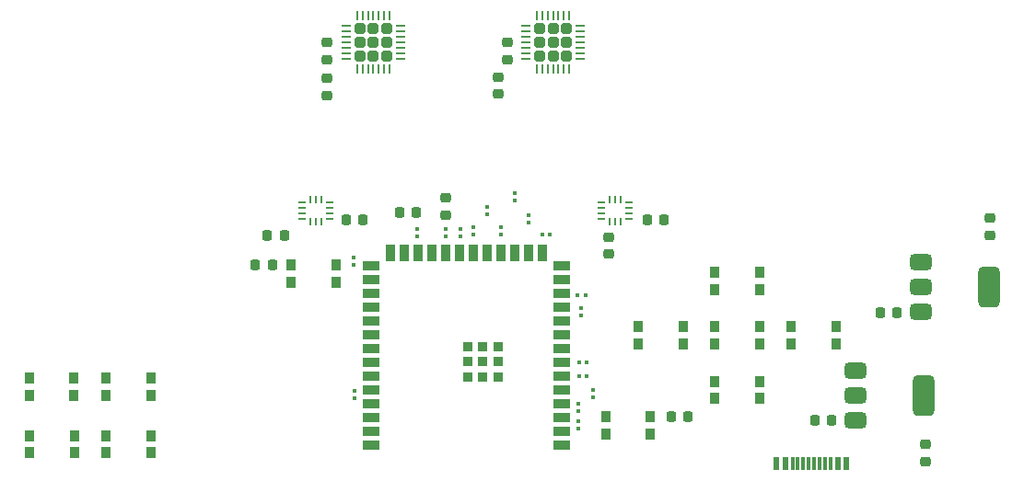
<source format=gbr>
%TF.GenerationSoftware,KiCad,Pcbnew,8.0.8-8.0.8-0~ubuntu22.04.1*%
%TF.CreationDate,2025-01-31T00:32:11-05:00*%
%TF.ProjectId,Electronics,456c6563-7472-46f6-9e69-63732e6b6963,rev?*%
%TF.SameCoordinates,Original*%
%TF.FileFunction,Paste,Top*%
%TF.FilePolarity,Positive*%
%FSLAX46Y46*%
G04 Gerber Fmt 4.6, Leading zero omitted, Abs format (unit mm)*
G04 Created by KiCad (PCBNEW 8.0.8-8.0.8-0~ubuntu22.04.1) date 2025-01-31 00:32:11*
%MOMM*%
%LPD*%
G01*
G04 APERTURE LIST*
G04 Aperture macros list*
%AMRoundRect*
0 Rectangle with rounded corners*
0 $1 Rounding radius*
0 $2 $3 $4 $5 $6 $7 $8 $9 X,Y pos of 4 corners*
0 Add a 4 corners polygon primitive as box body*
4,1,4,$2,$3,$4,$5,$6,$7,$8,$9,$2,$3,0*
0 Add four circle primitives for the rounded corners*
1,1,$1+$1,$2,$3*
1,1,$1+$1,$4,$5*
1,1,$1+$1,$6,$7*
1,1,$1+$1,$8,$9*
0 Add four rect primitives between the rounded corners*
20,1,$1+$1,$2,$3,$4,$5,0*
20,1,$1+$1,$4,$5,$6,$7,0*
20,1,$1+$1,$6,$7,$8,$9,0*
20,1,$1+$1,$8,$9,$2,$3,0*%
G04 Aperture macros list end*
%ADD10R,0.900000X1.000000*%
%ADD11RoundRect,0.079500X-0.100500X0.079500X-0.100500X-0.079500X0.100500X-0.079500X0.100500X0.079500X0*%
%ADD12RoundRect,0.250000X-0.255000X-0.255000X0.255000X-0.255000X0.255000X0.255000X-0.255000X0.255000X0*%
%ADD13RoundRect,0.062500X-0.325000X-0.062500X0.325000X-0.062500X0.325000X0.062500X-0.325000X0.062500X0*%
%ADD14RoundRect,0.062500X-0.062500X-0.325000X0.062500X-0.325000X0.062500X0.325000X-0.062500X0.325000X0*%
%ADD15RoundRect,0.218750X-0.256250X0.218750X-0.256250X-0.218750X0.256250X-0.218750X0.256250X0.218750X0*%
%ADD16RoundRect,0.225000X-0.250000X0.225000X-0.250000X-0.225000X0.250000X-0.225000X0.250000X0.225000X0*%
%ADD17RoundRect,0.079500X0.100500X-0.079500X0.100500X0.079500X-0.100500X0.079500X-0.100500X-0.079500X0*%
%ADD18RoundRect,0.225000X0.250000X-0.225000X0.250000X0.225000X-0.250000X0.225000X-0.250000X-0.225000X0*%
%ADD19R,0.675000X0.250000*%
%ADD20R,0.250000X0.675000*%
%ADD21RoundRect,0.079500X-0.079500X-0.100500X0.079500X-0.100500X0.079500X0.100500X-0.079500X0.100500X0*%
%ADD22R,0.600000X1.160000*%
%ADD23R,0.300000X1.160000*%
%ADD24RoundRect,0.375000X-0.625000X-0.375000X0.625000X-0.375000X0.625000X0.375000X-0.625000X0.375000X0*%
%ADD25RoundRect,0.500000X-0.500000X-1.400000X0.500000X-1.400000X0.500000X1.400000X-0.500000X1.400000X0*%
%ADD26RoundRect,0.225000X0.225000X0.250000X-0.225000X0.250000X-0.225000X-0.250000X0.225000X-0.250000X0*%
%ADD27RoundRect,0.225000X-0.225000X-0.250000X0.225000X-0.250000X0.225000X0.250000X-0.225000X0.250000X0*%
%ADD28R,0.900000X0.900000*%
%ADD29R,1.500000X0.900000*%
%ADD30R,0.900000X1.500000*%
G04 APERTURE END LIST*
D10*
%TO.C,SW8*%
X172950000Y-115700000D03*
X177050000Y-115700000D03*
X172950000Y-117300000D03*
X177050000Y-117300000D03*
%TD*%
%TO.C,SW4*%
X179950000Y-110700000D03*
X184050000Y-110700000D03*
X179950000Y-112300000D03*
X184050000Y-112300000D03*
%TD*%
%TO.C,SW2*%
X138100000Y-106600000D03*
X134000000Y-106600000D03*
X138100000Y-105000000D03*
X134000000Y-105000000D03*
%TD*%
D11*
%TO.C,R5*%
X160400000Y-117755000D03*
X160400000Y-118445000D03*
%TD*%
D12*
%TO.C,U4*%
X156800000Y-83262500D03*
X156800000Y-84512500D03*
X156800000Y-85762500D03*
X158050000Y-83262500D03*
X158050000Y-84512500D03*
X158050000Y-85762500D03*
X159300000Y-83262500D03*
X159300000Y-84512500D03*
X159300000Y-85762500D03*
D13*
X155587500Y-83012500D03*
X155587500Y-83512500D03*
X155587500Y-84012500D03*
X155587500Y-84512500D03*
X155587500Y-85012500D03*
X155587500Y-85512500D03*
X155587500Y-86012500D03*
D14*
X156550000Y-86975000D03*
X157050000Y-86975000D03*
X157550000Y-86975000D03*
X158050000Y-86975000D03*
X158550000Y-86975000D03*
X159050000Y-86975000D03*
X159550000Y-86975000D03*
D13*
X160512500Y-86012500D03*
X160512500Y-85512500D03*
X160512500Y-85012500D03*
X160512500Y-84512500D03*
X160512500Y-84012500D03*
X160512500Y-83512500D03*
X160512500Y-83012500D03*
D14*
X159550000Y-82050000D03*
X159050000Y-82050000D03*
X158550000Y-82050000D03*
X158050000Y-82050000D03*
X157550000Y-82050000D03*
X157050000Y-82050000D03*
X156550000Y-82050000D03*
%TD*%
D15*
%TO.C,D1*%
X148200000Y-98800000D03*
X148200000Y-100375000D03*
%TD*%
D10*
%TO.C,SW7*%
X172950000Y-105700000D03*
X177050000Y-105700000D03*
X172950000Y-107300000D03*
X177050000Y-107300000D03*
%TD*%
D16*
%TO.C,C12*%
X192300000Y-121525000D03*
X192300000Y-123075000D03*
%TD*%
D17*
%TO.C,R16*%
X150750000Y-102190000D03*
X150750000Y-101500000D03*
%TD*%
D10*
%TO.C,SW3*%
X172950000Y-110700000D03*
X177050000Y-110700000D03*
X172950000Y-112300000D03*
X177050000Y-112300000D03*
%TD*%
D16*
%TO.C,C2*%
X137300000Y-84525000D03*
X137300000Y-86075000D03*
%TD*%
D18*
%TO.C,C15*%
X198200000Y-102250000D03*
X198200000Y-100700000D03*
%TD*%
D17*
%TO.C,R3*%
X160600000Y-109625000D03*
X160600000Y-108935000D03*
%TD*%
D10*
%TO.C,SW10*%
X116950000Y-115400000D03*
X121050000Y-115400000D03*
X116950000Y-117000000D03*
X121050000Y-117000000D03*
%TD*%
D17*
%TO.C,R17*%
X149500000Y-102345000D03*
X149500000Y-101655000D03*
%TD*%
D10*
%TO.C,SW5*%
X165900000Y-110700000D03*
X170000000Y-110700000D03*
X165900000Y-112300000D03*
X170000000Y-112300000D03*
%TD*%
D19*
%TO.C,U2*%
X134975000Y-99262500D03*
X134975000Y-99762500D03*
X134975000Y-100262500D03*
X134975000Y-100762500D03*
D20*
X135737500Y-101025000D03*
X136237500Y-101025000D03*
X136737500Y-101025000D03*
D19*
X137500000Y-100762500D03*
X137500000Y-100262500D03*
X137500000Y-99762500D03*
X137500000Y-99262500D03*
D20*
X136737500Y-99000000D03*
X136237500Y-99000000D03*
X135737500Y-99000000D03*
%TD*%
D21*
%TO.C,R11*%
X160475000Y-114000000D03*
X161165000Y-114000000D03*
%TD*%
D11*
%TO.C,R8*%
X139700000Y-104335000D03*
X139700000Y-105025000D03*
%TD*%
D22*
%TO.C,P1*%
X178620000Y-123250000D03*
X179420000Y-123250000D03*
D23*
X180570000Y-123250000D03*
X181570000Y-123250000D03*
X182070000Y-123250000D03*
X183070000Y-123250000D03*
D22*
X184220000Y-123250000D03*
X185020000Y-123250000D03*
X185020000Y-123250000D03*
X184220000Y-123250000D03*
D23*
X183570000Y-123250000D03*
X182570000Y-123250000D03*
X181070000Y-123250000D03*
X180070000Y-123250000D03*
D22*
X179420000Y-123250000D03*
X178620000Y-123250000D03*
%TD*%
D10*
%TO.C,SW11*%
X109950000Y-120700000D03*
X114050000Y-120700000D03*
X109950000Y-122300000D03*
X114050000Y-122300000D03*
%TD*%
D24*
%TO.C,U6*%
X185850000Y-114700000D03*
X185850000Y-117000000D03*
D25*
X192150000Y-117000000D03*
D24*
X185850000Y-119300000D03*
%TD*%
D17*
%TO.C,R7*%
X155800000Y-101090000D03*
X155800000Y-100400000D03*
%TD*%
D26*
%TO.C,C19*%
X168250000Y-100800000D03*
X166700000Y-100800000D03*
%TD*%
D11*
%TO.C,R9*%
X161700000Y-116510000D03*
X161700000Y-117200000D03*
%TD*%
D16*
%TO.C,C4*%
X153900000Y-84525000D03*
X153900000Y-86075000D03*
%TD*%
D12*
%TO.C,U3*%
X140287500Y-83250000D03*
X140287500Y-84500000D03*
X140287500Y-85750000D03*
X141537500Y-83250000D03*
X141537500Y-84500000D03*
X141537500Y-85750000D03*
X142787500Y-83250000D03*
X142787500Y-84500000D03*
X142787500Y-85750000D03*
D13*
X139075000Y-83000000D03*
X139075000Y-83500000D03*
X139075000Y-84000000D03*
X139075000Y-84500000D03*
X139075000Y-85000000D03*
X139075000Y-85500000D03*
X139075000Y-86000000D03*
D14*
X140037500Y-86962500D03*
X140537500Y-86962500D03*
X141037500Y-86962500D03*
X141537500Y-86962500D03*
X142037500Y-86962500D03*
X142537500Y-86962500D03*
X143037500Y-86962500D03*
D13*
X144000000Y-86000000D03*
X144000000Y-85500000D03*
X144000000Y-85000000D03*
X144000000Y-84500000D03*
X144000000Y-84000000D03*
X144000000Y-83500000D03*
X144000000Y-83000000D03*
D14*
X143037500Y-82037500D03*
X142537500Y-82037500D03*
X142037500Y-82037500D03*
X141537500Y-82037500D03*
X141037500Y-82037500D03*
X140537500Y-82037500D03*
X140037500Y-82037500D03*
%TD*%
D17*
%TO.C,R14*%
X153300000Y-102200000D03*
X153300000Y-101510000D03*
%TD*%
D21*
%TO.C,R10*%
X160475000Y-115250000D03*
X161165000Y-115250000D03*
%TD*%
D18*
%TO.C,C1*%
X137300000Y-89375000D03*
X137300000Y-87825000D03*
%TD*%
D26*
%TO.C,C5*%
X145475000Y-100200000D03*
X143925000Y-100200000D03*
%TD*%
D24*
%TO.C,U7*%
X191850000Y-104700000D03*
X191850000Y-107000000D03*
D25*
X198150000Y-107000000D03*
D24*
X191850000Y-109300000D03*
%TD*%
D17*
%TO.C,R1*%
X145600000Y-102390000D03*
X145600000Y-101700000D03*
%TD*%
%TO.C,R15*%
X152000000Y-100345000D03*
X152000000Y-99655000D03*
%TD*%
D18*
%TO.C,C3*%
X153000000Y-89275000D03*
X153000000Y-87725000D03*
%TD*%
D10*
%TO.C,SW9*%
X109900000Y-115400000D03*
X114000000Y-115400000D03*
X109900000Y-117000000D03*
X114000000Y-117000000D03*
%TD*%
D26*
%TO.C,C16*%
X140550000Y-100800000D03*
X139000000Y-100800000D03*
%TD*%
%TO.C,C6*%
X170475000Y-119000000D03*
X168925000Y-119000000D03*
%TD*%
D10*
%TO.C,SW1*%
X167000000Y-120600000D03*
X162900000Y-120600000D03*
X167000000Y-119000000D03*
X162900000Y-119000000D03*
%TD*%
D17*
%TO.C,R13*%
X154500000Y-99090000D03*
X154500000Y-98400000D03*
%TD*%
D27*
%TO.C,C18*%
X131800000Y-102300000D03*
X133350000Y-102300000D03*
%TD*%
D19*
%TO.C,U8*%
X162500000Y-99250000D03*
X162500000Y-99750000D03*
X162500000Y-100250000D03*
X162500000Y-100750000D03*
D20*
X163262500Y-101012500D03*
X163762500Y-101012500D03*
X164262500Y-101012500D03*
D19*
X165025000Y-100750000D03*
X165025000Y-100250000D03*
X165025000Y-99750000D03*
X165025000Y-99250000D03*
D20*
X164262500Y-98987500D03*
X163762500Y-98987500D03*
X163262500Y-98987500D03*
%TD*%
D26*
%TO.C,C14*%
X189675000Y-109400000D03*
X188125000Y-109400000D03*
%TD*%
%TO.C,C13*%
X183675000Y-119300000D03*
X182125000Y-119300000D03*
%TD*%
D21*
%TO.C,R4*%
X157055000Y-102200000D03*
X157745000Y-102200000D03*
%TD*%
%TO.C,R12*%
X160335000Y-107750000D03*
X161025000Y-107750000D03*
%TD*%
D17*
%TO.C,R18*%
X148200000Y-102345000D03*
X148200000Y-101655000D03*
%TD*%
D28*
%TO.C,U1*%
X153000000Y-115300000D03*
X153000000Y-113900000D03*
X153000000Y-112500000D03*
X151600000Y-115300000D03*
X151600000Y-113900000D03*
X151600000Y-112500000D03*
X150200000Y-115300000D03*
X150200000Y-113900000D03*
X150200000Y-112500000D03*
D29*
X158850000Y-121620000D03*
X158850000Y-120350000D03*
X158850000Y-119080000D03*
X158850000Y-117810000D03*
X158850000Y-116540000D03*
X158850000Y-115270000D03*
X158850000Y-114000000D03*
X158850000Y-112730000D03*
X158850000Y-111460000D03*
X158850000Y-110190000D03*
X158850000Y-108920000D03*
X158850000Y-107650000D03*
X158850000Y-106380000D03*
X158850000Y-105110000D03*
D30*
X157085000Y-103860000D03*
X155815000Y-103860000D03*
X154545000Y-103860000D03*
X153275000Y-103860000D03*
X152005000Y-103860000D03*
X150735000Y-103860000D03*
X149465000Y-103860000D03*
X148195000Y-103860000D03*
X146925000Y-103860000D03*
X145655000Y-103860000D03*
X144385000Y-103860000D03*
X143115000Y-103860000D03*
D29*
X141350000Y-105110000D03*
X141350000Y-106380000D03*
X141350000Y-107650000D03*
X141350000Y-108920000D03*
X141350000Y-110190000D03*
X141350000Y-111460000D03*
X141350000Y-112730000D03*
X141350000Y-114000000D03*
X141350000Y-115270000D03*
X141350000Y-116540000D03*
X141350000Y-117810000D03*
X141350000Y-119080000D03*
X141350000Y-120350000D03*
X141350000Y-121620000D03*
%TD*%
D10*
%TO.C,SW6*%
X116950000Y-120700000D03*
X121050000Y-120700000D03*
X116950000Y-122300000D03*
X121050000Y-122300000D03*
%TD*%
D18*
%TO.C,C17*%
X163200000Y-104000000D03*
X163200000Y-102450000D03*
%TD*%
D17*
%TO.C,R2*%
X139800000Y-117245000D03*
X139800000Y-116555000D03*
%TD*%
D11*
%TO.C,R6*%
X160400000Y-119400000D03*
X160400000Y-120090000D03*
%TD*%
D27*
%TO.C,C11*%
X130700000Y-105000000D03*
X132250000Y-105000000D03*
%TD*%
M02*

</source>
